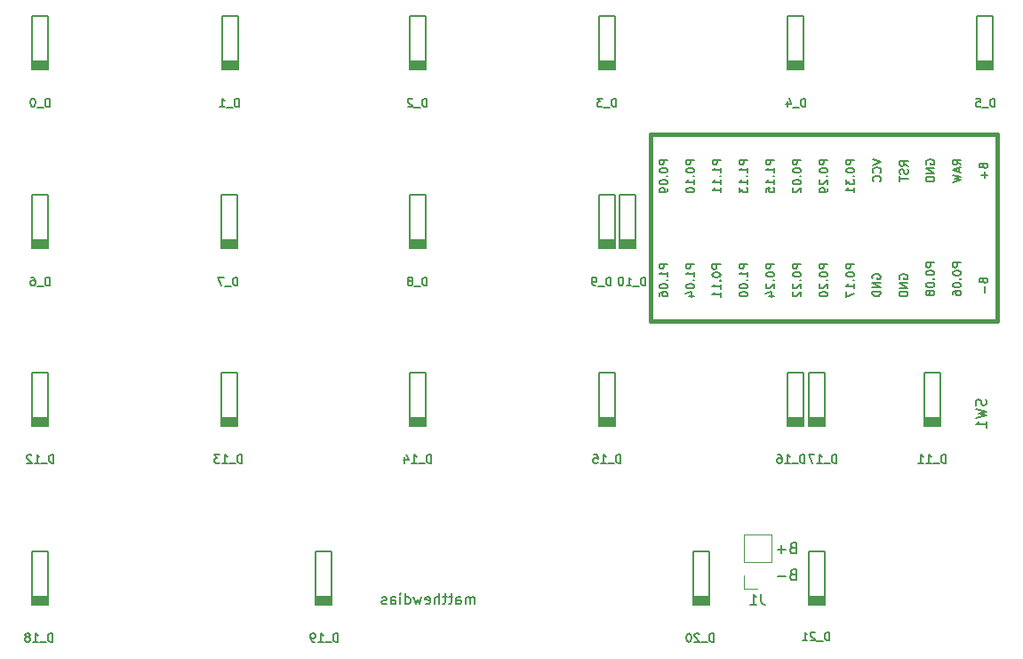
<source format=gbr>
G04 #@! TF.GenerationSoftware,KiCad,Pcbnew,(5.1.4)-1*
G04 #@! TF.CreationDate,2020-12-10T17:36:51-06:00*
G04 #@! TF.ProjectId,tenjuepad,74656e6a-7565-4706-9164-2e6b69636164,rev?*
G04 #@! TF.SameCoordinates,Original*
G04 #@! TF.FileFunction,Legend,Bot*
G04 #@! TF.FilePolarity,Positive*
%FSLAX46Y46*%
G04 Gerber Fmt 4.6, Leading zero omitted, Abs format (unit mm)*
G04 Created by KiCad (PCBNEW (5.1.4)-1) date 2020-12-10 17:36:51*
%MOMM*%
%LPD*%
G04 APERTURE LIST*
%ADD10C,0.150000*%
%ADD11C,0.381000*%
%ADD12C,0.120000*%
G04 APERTURE END LIST*
D10*
X249404761Y-206452380D02*
X249404761Y-205785714D01*
X249404761Y-205880952D02*
X249357142Y-205833333D01*
X249261904Y-205785714D01*
X249119047Y-205785714D01*
X249023809Y-205833333D01*
X248976190Y-205928571D01*
X248976190Y-206452380D01*
X248976190Y-205928571D02*
X248928571Y-205833333D01*
X248833333Y-205785714D01*
X248690476Y-205785714D01*
X248595238Y-205833333D01*
X248547619Y-205928571D01*
X248547619Y-206452380D01*
X247642857Y-206452380D02*
X247642857Y-205928571D01*
X247690476Y-205833333D01*
X247785714Y-205785714D01*
X247976190Y-205785714D01*
X248071428Y-205833333D01*
X247642857Y-206404761D02*
X247738095Y-206452380D01*
X247976190Y-206452380D01*
X248071428Y-206404761D01*
X248119047Y-206309523D01*
X248119047Y-206214285D01*
X248071428Y-206119047D01*
X247976190Y-206071428D01*
X247738095Y-206071428D01*
X247642857Y-206023809D01*
X247309523Y-205785714D02*
X246928571Y-205785714D01*
X247166666Y-205452380D02*
X247166666Y-206309523D01*
X247119047Y-206404761D01*
X247023809Y-206452380D01*
X246928571Y-206452380D01*
X246738095Y-205785714D02*
X246357142Y-205785714D01*
X246595238Y-205452380D02*
X246595238Y-206309523D01*
X246547619Y-206404761D01*
X246452380Y-206452380D01*
X246357142Y-206452380D01*
X246023809Y-206452380D02*
X246023809Y-205452380D01*
X245595238Y-206452380D02*
X245595238Y-205928571D01*
X245642857Y-205833333D01*
X245738095Y-205785714D01*
X245880952Y-205785714D01*
X245976190Y-205833333D01*
X246023809Y-205880952D01*
X244738095Y-206404761D02*
X244833333Y-206452380D01*
X245023809Y-206452380D01*
X245119047Y-206404761D01*
X245166666Y-206309523D01*
X245166666Y-205928571D01*
X245119047Y-205833333D01*
X245023809Y-205785714D01*
X244833333Y-205785714D01*
X244738095Y-205833333D01*
X244690476Y-205928571D01*
X244690476Y-206023809D01*
X245166666Y-206119047D01*
X244357142Y-205785714D02*
X244166666Y-206452380D01*
X243976190Y-205976190D01*
X243785714Y-206452380D01*
X243595238Y-205785714D01*
X242785714Y-206452380D02*
X242785714Y-205452380D01*
X242785714Y-206404761D02*
X242880952Y-206452380D01*
X243071428Y-206452380D01*
X243166666Y-206404761D01*
X243214285Y-206357142D01*
X243261904Y-206261904D01*
X243261904Y-205976190D01*
X243214285Y-205880952D01*
X243166666Y-205833333D01*
X243071428Y-205785714D01*
X242880952Y-205785714D01*
X242785714Y-205833333D01*
X242309523Y-206452380D02*
X242309523Y-205785714D01*
X242309523Y-205452380D02*
X242357142Y-205500000D01*
X242309523Y-205547619D01*
X242261904Y-205500000D01*
X242309523Y-205452380D01*
X242309523Y-205547619D01*
X241404761Y-206452380D02*
X241404761Y-205928571D01*
X241452380Y-205833333D01*
X241547619Y-205785714D01*
X241738095Y-205785714D01*
X241833333Y-205833333D01*
X241404761Y-206404761D02*
X241500000Y-206452380D01*
X241738095Y-206452380D01*
X241833333Y-206404761D01*
X241880952Y-206309523D01*
X241880952Y-206214285D01*
X241833333Y-206119047D01*
X241738095Y-206071428D01*
X241500000Y-206071428D01*
X241404761Y-206023809D01*
X240976190Y-206404761D02*
X240880952Y-206452380D01*
X240690476Y-206452380D01*
X240595238Y-206404761D01*
X240547619Y-206309523D01*
X240547619Y-206261904D01*
X240595238Y-206166666D01*
X240690476Y-206119047D01*
X240833333Y-206119047D01*
X240928571Y-206071428D01*
X240976190Y-205976190D01*
X240976190Y-205928571D01*
X240928571Y-205833333D01*
X240833333Y-205785714D01*
X240690476Y-205785714D01*
X240595238Y-205833333D01*
X279693619Y-203636571D02*
X279550761Y-203684190D01*
X279503142Y-203731809D01*
X279455523Y-203827047D01*
X279455523Y-203969904D01*
X279503142Y-204065142D01*
X279550761Y-204112761D01*
X279646000Y-204160380D01*
X280026952Y-204160380D01*
X280026952Y-203160380D01*
X279693619Y-203160380D01*
X279598380Y-203208000D01*
X279550761Y-203255619D01*
X279503142Y-203350857D01*
X279503142Y-203446095D01*
X279550761Y-203541333D01*
X279598380Y-203588952D01*
X279693619Y-203636571D01*
X280026952Y-203636571D01*
X279026952Y-203779428D02*
X278265047Y-203779428D01*
X279693619Y-201096571D02*
X279550761Y-201144190D01*
X279503142Y-201191809D01*
X279455523Y-201287047D01*
X279455523Y-201429904D01*
X279503142Y-201525142D01*
X279550761Y-201572761D01*
X279646000Y-201620380D01*
X280026952Y-201620380D01*
X280026952Y-200620380D01*
X279693619Y-200620380D01*
X279598380Y-200668000D01*
X279550761Y-200715619D01*
X279503142Y-200810857D01*
X279503142Y-200906095D01*
X279550761Y-201001333D01*
X279598380Y-201048952D01*
X279693619Y-201096571D01*
X280026952Y-201096571D01*
X279026952Y-201239428D02*
X278265047Y-201239428D01*
X278646000Y-201620380D02*
X278646000Y-200858476D01*
D11*
X299180000Y-179540000D02*
X296640000Y-179540000D01*
X299180000Y-161760000D02*
X299180000Y-179540000D01*
X296640000Y-161760000D02*
X299180000Y-161760000D01*
X266160000Y-161760000D02*
X296640000Y-161760000D01*
X266160000Y-179540000D02*
X266160000Y-161760000D01*
X296640000Y-179540000D02*
X266160000Y-179540000D01*
D12*
X275022000Y-205038000D02*
X276352000Y-205038000D01*
X275022000Y-203708000D02*
X275022000Y-205038000D01*
X275022000Y-202438000D02*
X277682000Y-202438000D01*
X277682000Y-202438000D02*
X277682000Y-199838000D01*
X275022000Y-202438000D02*
X275022000Y-199838000D01*
X275022000Y-199838000D02*
X277682000Y-199838000D01*
D10*
X281238000Y-201460000D02*
X281238000Y-206540000D01*
X281238000Y-206540000D02*
X282762000Y-206540000D01*
X282762000Y-206540000D02*
X282762000Y-201460000D01*
X282762000Y-201460000D02*
X281238000Y-201460000D01*
X281238000Y-206159000D02*
X282762000Y-206159000D01*
X282762000Y-206286000D02*
X281238000Y-206286000D01*
X281238000Y-206413000D02*
X282762000Y-206413000D01*
X282762000Y-206032000D02*
X281238000Y-206032000D01*
X281238000Y-205905000D02*
X282762000Y-205905000D01*
X281238000Y-205778000D02*
X282762000Y-205778000D01*
X270238000Y-201460000D02*
X270238000Y-206540000D01*
X270238000Y-206540000D02*
X271762000Y-206540000D01*
X271762000Y-206540000D02*
X271762000Y-201460000D01*
X271762000Y-201460000D02*
X270238000Y-201460000D01*
X270238000Y-206159000D02*
X271762000Y-206159000D01*
X271762000Y-206286000D02*
X270238000Y-206286000D01*
X270238000Y-206413000D02*
X271762000Y-206413000D01*
X271762000Y-206032000D02*
X270238000Y-206032000D01*
X270238000Y-205905000D02*
X271762000Y-205905000D01*
X270238000Y-205778000D02*
X271762000Y-205778000D01*
X234238000Y-201460000D02*
X234238000Y-206540000D01*
X234238000Y-206540000D02*
X235762000Y-206540000D01*
X235762000Y-206540000D02*
X235762000Y-201460000D01*
X235762000Y-201460000D02*
X234238000Y-201460000D01*
X234238000Y-206159000D02*
X235762000Y-206159000D01*
X235762000Y-206286000D02*
X234238000Y-206286000D01*
X234238000Y-206413000D02*
X235762000Y-206413000D01*
X235762000Y-206032000D02*
X234238000Y-206032000D01*
X234238000Y-205905000D02*
X235762000Y-205905000D01*
X234238000Y-205778000D02*
X235762000Y-205778000D01*
X207238000Y-201460000D02*
X207238000Y-206540000D01*
X207238000Y-206540000D02*
X208762000Y-206540000D01*
X208762000Y-206540000D02*
X208762000Y-201460000D01*
X208762000Y-201460000D02*
X207238000Y-201460000D01*
X207238000Y-206159000D02*
X208762000Y-206159000D01*
X208762000Y-206286000D02*
X207238000Y-206286000D01*
X207238000Y-206413000D02*
X208762000Y-206413000D01*
X208762000Y-206032000D02*
X207238000Y-206032000D01*
X207238000Y-205905000D02*
X208762000Y-205905000D01*
X207238000Y-205778000D02*
X208762000Y-205778000D01*
X281238000Y-184460000D02*
X281238000Y-189540000D01*
X281238000Y-189540000D02*
X282762000Y-189540000D01*
X282762000Y-189540000D02*
X282762000Y-184460000D01*
X282762000Y-184460000D02*
X281238000Y-184460000D01*
X281238000Y-189159000D02*
X282762000Y-189159000D01*
X282762000Y-189286000D02*
X281238000Y-189286000D01*
X281238000Y-189413000D02*
X282762000Y-189413000D01*
X282762000Y-189032000D02*
X281238000Y-189032000D01*
X281238000Y-188905000D02*
X282762000Y-188905000D01*
X281238000Y-188778000D02*
X282762000Y-188778000D01*
X279238000Y-184460000D02*
X279238000Y-189540000D01*
X279238000Y-189540000D02*
X280762000Y-189540000D01*
X280762000Y-189540000D02*
X280762000Y-184460000D01*
X280762000Y-184460000D02*
X279238000Y-184460000D01*
X279238000Y-189159000D02*
X280762000Y-189159000D01*
X280762000Y-189286000D02*
X279238000Y-189286000D01*
X279238000Y-189413000D02*
X280762000Y-189413000D01*
X280762000Y-189032000D02*
X279238000Y-189032000D01*
X279238000Y-188905000D02*
X280762000Y-188905000D01*
X279238000Y-188778000D02*
X280762000Y-188778000D01*
X261238000Y-184460000D02*
X261238000Y-189540000D01*
X261238000Y-189540000D02*
X262762000Y-189540000D01*
X262762000Y-189540000D02*
X262762000Y-184460000D01*
X262762000Y-184460000D02*
X261238000Y-184460000D01*
X261238000Y-189159000D02*
X262762000Y-189159000D01*
X262762000Y-189286000D02*
X261238000Y-189286000D01*
X261238000Y-189413000D02*
X262762000Y-189413000D01*
X262762000Y-189032000D02*
X261238000Y-189032000D01*
X261238000Y-188905000D02*
X262762000Y-188905000D01*
X261238000Y-188778000D02*
X262762000Y-188778000D01*
X243238000Y-184460000D02*
X243238000Y-189540000D01*
X243238000Y-189540000D02*
X244762000Y-189540000D01*
X244762000Y-189540000D02*
X244762000Y-184460000D01*
X244762000Y-184460000D02*
X243238000Y-184460000D01*
X243238000Y-189159000D02*
X244762000Y-189159000D01*
X244762000Y-189286000D02*
X243238000Y-189286000D01*
X243238000Y-189413000D02*
X244762000Y-189413000D01*
X244762000Y-189032000D02*
X243238000Y-189032000D01*
X243238000Y-188905000D02*
X244762000Y-188905000D01*
X243238000Y-188778000D02*
X244762000Y-188778000D01*
X225238000Y-184460000D02*
X225238000Y-189540000D01*
X225238000Y-189540000D02*
X226762000Y-189540000D01*
X226762000Y-189540000D02*
X226762000Y-184460000D01*
X226762000Y-184460000D02*
X225238000Y-184460000D01*
X225238000Y-189159000D02*
X226762000Y-189159000D01*
X226762000Y-189286000D02*
X225238000Y-189286000D01*
X225238000Y-189413000D02*
X226762000Y-189413000D01*
X226762000Y-189032000D02*
X225238000Y-189032000D01*
X225238000Y-188905000D02*
X226762000Y-188905000D01*
X225238000Y-188778000D02*
X226762000Y-188778000D01*
X207238000Y-184460000D02*
X207238000Y-189540000D01*
X207238000Y-189540000D02*
X208762000Y-189540000D01*
X208762000Y-189540000D02*
X208762000Y-184460000D01*
X208762000Y-184460000D02*
X207238000Y-184460000D01*
X207238000Y-189159000D02*
X208762000Y-189159000D01*
X208762000Y-189286000D02*
X207238000Y-189286000D01*
X207238000Y-189413000D02*
X208762000Y-189413000D01*
X208762000Y-189032000D02*
X207238000Y-189032000D01*
X207238000Y-188905000D02*
X208762000Y-188905000D01*
X207238000Y-188778000D02*
X208762000Y-188778000D01*
X292238000Y-184460000D02*
X292238000Y-189540000D01*
X292238000Y-189540000D02*
X293762000Y-189540000D01*
X293762000Y-189540000D02*
X293762000Y-184460000D01*
X293762000Y-184460000D02*
X292238000Y-184460000D01*
X292238000Y-189159000D02*
X293762000Y-189159000D01*
X293762000Y-189286000D02*
X292238000Y-189286000D01*
X292238000Y-189413000D02*
X293762000Y-189413000D01*
X293762000Y-189032000D02*
X292238000Y-189032000D01*
X292238000Y-188905000D02*
X293762000Y-188905000D01*
X292238000Y-188778000D02*
X293762000Y-188778000D01*
X263238000Y-167460000D02*
X263238000Y-172540000D01*
X263238000Y-172540000D02*
X264762000Y-172540000D01*
X264762000Y-172540000D02*
X264762000Y-167460000D01*
X264762000Y-167460000D02*
X263238000Y-167460000D01*
X263238000Y-172159000D02*
X264762000Y-172159000D01*
X264762000Y-172286000D02*
X263238000Y-172286000D01*
X263238000Y-172413000D02*
X264762000Y-172413000D01*
X264762000Y-172032000D02*
X263238000Y-172032000D01*
X263238000Y-171905000D02*
X264762000Y-171905000D01*
X263238000Y-171778000D02*
X264762000Y-171778000D01*
X261238000Y-167460000D02*
X261238000Y-172540000D01*
X261238000Y-172540000D02*
X262762000Y-172540000D01*
X262762000Y-172540000D02*
X262762000Y-167460000D01*
X262762000Y-167460000D02*
X261238000Y-167460000D01*
X261238000Y-172159000D02*
X262762000Y-172159000D01*
X262762000Y-172286000D02*
X261238000Y-172286000D01*
X261238000Y-172413000D02*
X262762000Y-172413000D01*
X262762000Y-172032000D02*
X261238000Y-172032000D01*
X261238000Y-171905000D02*
X262762000Y-171905000D01*
X261238000Y-171778000D02*
X262762000Y-171778000D01*
X243238000Y-167460000D02*
X243238000Y-172540000D01*
X243238000Y-172540000D02*
X244762000Y-172540000D01*
X244762000Y-172540000D02*
X244762000Y-167460000D01*
X244762000Y-167460000D02*
X243238000Y-167460000D01*
X243238000Y-172159000D02*
X244762000Y-172159000D01*
X244762000Y-172286000D02*
X243238000Y-172286000D01*
X243238000Y-172413000D02*
X244762000Y-172413000D01*
X244762000Y-172032000D02*
X243238000Y-172032000D01*
X243238000Y-171905000D02*
X244762000Y-171905000D01*
X243238000Y-171778000D02*
X244762000Y-171778000D01*
X225238000Y-167460000D02*
X225238000Y-172540000D01*
X225238000Y-172540000D02*
X226762000Y-172540000D01*
X226762000Y-172540000D02*
X226762000Y-167460000D01*
X226762000Y-167460000D02*
X225238000Y-167460000D01*
X225238000Y-172159000D02*
X226762000Y-172159000D01*
X226762000Y-172286000D02*
X225238000Y-172286000D01*
X225238000Y-172413000D02*
X226762000Y-172413000D01*
X226762000Y-172032000D02*
X225238000Y-172032000D01*
X225238000Y-171905000D02*
X226762000Y-171905000D01*
X225238000Y-171778000D02*
X226762000Y-171778000D01*
X207238000Y-167460000D02*
X207238000Y-172540000D01*
X207238000Y-172540000D02*
X208762000Y-172540000D01*
X208762000Y-172540000D02*
X208762000Y-167460000D01*
X208762000Y-167460000D02*
X207238000Y-167460000D01*
X207238000Y-172159000D02*
X208762000Y-172159000D01*
X208762000Y-172286000D02*
X207238000Y-172286000D01*
X207238000Y-172413000D02*
X208762000Y-172413000D01*
X208762000Y-172032000D02*
X207238000Y-172032000D01*
X207238000Y-171905000D02*
X208762000Y-171905000D01*
X207238000Y-171778000D02*
X208762000Y-171778000D01*
X297238000Y-150460000D02*
X297238000Y-155540000D01*
X297238000Y-155540000D02*
X298762000Y-155540000D01*
X298762000Y-155540000D02*
X298762000Y-150460000D01*
X298762000Y-150460000D02*
X297238000Y-150460000D01*
X297238000Y-155159000D02*
X298762000Y-155159000D01*
X298762000Y-155286000D02*
X297238000Y-155286000D01*
X297238000Y-155413000D02*
X298762000Y-155413000D01*
X298762000Y-155032000D02*
X297238000Y-155032000D01*
X297238000Y-154905000D02*
X298762000Y-154905000D01*
X297238000Y-154778000D02*
X298762000Y-154778000D01*
X279238000Y-150460000D02*
X279238000Y-155540000D01*
X279238000Y-155540000D02*
X280762000Y-155540000D01*
X280762000Y-155540000D02*
X280762000Y-150460000D01*
X280762000Y-150460000D02*
X279238000Y-150460000D01*
X279238000Y-155159000D02*
X280762000Y-155159000D01*
X280762000Y-155286000D02*
X279238000Y-155286000D01*
X279238000Y-155413000D02*
X280762000Y-155413000D01*
X280762000Y-155032000D02*
X279238000Y-155032000D01*
X279238000Y-154905000D02*
X280762000Y-154905000D01*
X279238000Y-154778000D02*
X280762000Y-154778000D01*
X261238000Y-150460000D02*
X261238000Y-155540000D01*
X261238000Y-155540000D02*
X262762000Y-155540000D01*
X262762000Y-155540000D02*
X262762000Y-150460000D01*
X262762000Y-150460000D02*
X261238000Y-150460000D01*
X261238000Y-155159000D02*
X262762000Y-155159000D01*
X262762000Y-155286000D02*
X261238000Y-155286000D01*
X261238000Y-155413000D02*
X262762000Y-155413000D01*
X262762000Y-155032000D02*
X261238000Y-155032000D01*
X261238000Y-154905000D02*
X262762000Y-154905000D01*
X261238000Y-154778000D02*
X262762000Y-154778000D01*
X243238000Y-150460000D02*
X243238000Y-155540000D01*
X243238000Y-155540000D02*
X244762000Y-155540000D01*
X244762000Y-155540000D02*
X244762000Y-150460000D01*
X244762000Y-150460000D02*
X243238000Y-150460000D01*
X243238000Y-155159000D02*
X244762000Y-155159000D01*
X244762000Y-155286000D02*
X243238000Y-155286000D01*
X243238000Y-155413000D02*
X244762000Y-155413000D01*
X244762000Y-155032000D02*
X243238000Y-155032000D01*
X243238000Y-154905000D02*
X244762000Y-154905000D01*
X243238000Y-154778000D02*
X244762000Y-154778000D01*
X225338000Y-150460000D02*
X225338000Y-155540000D01*
X225338000Y-155540000D02*
X226862000Y-155540000D01*
X226862000Y-155540000D02*
X226862000Y-150460000D01*
X226862000Y-150460000D02*
X225338000Y-150460000D01*
X225338000Y-155159000D02*
X226862000Y-155159000D01*
X226862000Y-155286000D02*
X225338000Y-155286000D01*
X225338000Y-155413000D02*
X226862000Y-155413000D01*
X226862000Y-155032000D02*
X225338000Y-155032000D01*
X225338000Y-154905000D02*
X226862000Y-154905000D01*
X225338000Y-154778000D02*
X226862000Y-154778000D01*
X207238000Y-150460000D02*
X207238000Y-155540000D01*
X207238000Y-155540000D02*
X208762000Y-155540000D01*
X208762000Y-155540000D02*
X208762000Y-150460000D01*
X208762000Y-150460000D02*
X207238000Y-150460000D01*
X207238000Y-155159000D02*
X208762000Y-155159000D01*
X208762000Y-155286000D02*
X207238000Y-155286000D01*
X207238000Y-155413000D02*
X208762000Y-155413000D01*
X208762000Y-155032000D02*
X207238000Y-155032000D01*
X207238000Y-154905000D02*
X208762000Y-154905000D01*
X207238000Y-154778000D02*
X208762000Y-154778000D01*
X297852857Y-164750904D02*
X297890952Y-164865190D01*
X297929047Y-164903285D01*
X298005238Y-164941380D01*
X298119523Y-164941380D01*
X298195714Y-164903285D01*
X298233809Y-164865190D01*
X298271904Y-164789000D01*
X298271904Y-164484238D01*
X297471904Y-164484238D01*
X297471904Y-164750904D01*
X297510000Y-164827095D01*
X297548095Y-164865190D01*
X297624285Y-164903285D01*
X297700476Y-164903285D01*
X297776666Y-164865190D01*
X297814761Y-164827095D01*
X297852857Y-164750904D01*
X297852857Y-164484238D01*
X297967142Y-165284238D02*
X297967142Y-165893761D01*
X298271904Y-165589000D02*
X297662380Y-165589000D01*
X295731904Y-173949014D02*
X294931904Y-173949014D01*
X294931904Y-174253776D01*
X294970000Y-174329967D01*
X295008095Y-174368062D01*
X295084285Y-174406157D01*
X295198571Y-174406157D01*
X295274761Y-174368062D01*
X295312857Y-174329967D01*
X295350952Y-174253776D01*
X295350952Y-173949014D01*
X294931904Y-174901395D02*
X294931904Y-174977586D01*
X294970000Y-175053776D01*
X295008095Y-175091872D01*
X295084285Y-175129967D01*
X295236666Y-175168062D01*
X295427142Y-175168062D01*
X295579523Y-175129967D01*
X295655714Y-175091872D01*
X295693809Y-175053776D01*
X295731904Y-174977586D01*
X295731904Y-174901395D01*
X295693809Y-174825205D01*
X295655714Y-174787110D01*
X295579523Y-174749014D01*
X295427142Y-174710919D01*
X295236666Y-174710919D01*
X295084285Y-174749014D01*
X295008095Y-174787110D01*
X294970000Y-174825205D01*
X294931904Y-174901395D01*
X295655714Y-175510919D02*
X295693809Y-175549014D01*
X295731904Y-175510919D01*
X295693809Y-175472824D01*
X295655714Y-175510919D01*
X295731904Y-175510919D01*
X294931904Y-176044252D02*
X294931904Y-176120443D01*
X294970000Y-176196633D01*
X295008095Y-176234729D01*
X295084285Y-176272824D01*
X295236666Y-176310919D01*
X295427142Y-176310919D01*
X295579523Y-176272824D01*
X295655714Y-176234729D01*
X295693809Y-176196633D01*
X295731904Y-176120443D01*
X295731904Y-176044252D01*
X295693809Y-175968062D01*
X295655714Y-175929967D01*
X295579523Y-175891872D01*
X295427142Y-175853776D01*
X295236666Y-175853776D01*
X295084285Y-175891872D01*
X295008095Y-175929967D01*
X294970000Y-175968062D01*
X294931904Y-176044252D01*
X294931904Y-176996633D02*
X294931904Y-176844252D01*
X294970000Y-176768062D01*
X295008095Y-176729967D01*
X295122380Y-176653776D01*
X295274761Y-176615681D01*
X295579523Y-176615681D01*
X295655714Y-176653776D01*
X295693809Y-176691872D01*
X295731904Y-176768062D01*
X295731904Y-176920443D01*
X295693809Y-176996633D01*
X295655714Y-177034729D01*
X295579523Y-177072824D01*
X295389047Y-177072824D01*
X295312857Y-177034729D01*
X295274761Y-176996633D01*
X295236666Y-176920443D01*
X295236666Y-176768062D01*
X295274761Y-176691872D01*
X295312857Y-176653776D01*
X295389047Y-176615681D01*
X293191904Y-173933142D02*
X292391904Y-173933142D01*
X292391904Y-174237904D01*
X292430000Y-174314095D01*
X292468095Y-174352190D01*
X292544285Y-174390285D01*
X292658571Y-174390285D01*
X292734761Y-174352190D01*
X292772857Y-174314095D01*
X292810952Y-174237904D01*
X292810952Y-173933142D01*
X292391904Y-174885523D02*
X292391904Y-174961714D01*
X292430000Y-175037904D01*
X292468095Y-175076000D01*
X292544285Y-175114095D01*
X292696666Y-175152190D01*
X292887142Y-175152190D01*
X293039523Y-175114095D01*
X293115714Y-175076000D01*
X293153809Y-175037904D01*
X293191904Y-174961714D01*
X293191904Y-174885523D01*
X293153809Y-174809333D01*
X293115714Y-174771238D01*
X293039523Y-174733142D01*
X292887142Y-174695047D01*
X292696666Y-174695047D01*
X292544285Y-174733142D01*
X292468095Y-174771238D01*
X292430000Y-174809333D01*
X292391904Y-174885523D01*
X293115714Y-175495047D02*
X293153809Y-175533142D01*
X293191904Y-175495047D01*
X293153809Y-175456952D01*
X293115714Y-175495047D01*
X293191904Y-175495047D01*
X292391904Y-176028380D02*
X292391904Y-176104571D01*
X292430000Y-176180761D01*
X292468095Y-176218857D01*
X292544285Y-176256952D01*
X292696666Y-176295047D01*
X292887142Y-176295047D01*
X293039523Y-176256952D01*
X293115714Y-176218857D01*
X293153809Y-176180761D01*
X293191904Y-176104571D01*
X293191904Y-176028380D01*
X293153809Y-175952190D01*
X293115714Y-175914095D01*
X293039523Y-175876000D01*
X292887142Y-175837904D01*
X292696666Y-175837904D01*
X292544285Y-175876000D01*
X292468095Y-175914095D01*
X292430000Y-175952190D01*
X292391904Y-176028380D01*
X292734761Y-176752190D02*
X292696666Y-176676000D01*
X292658571Y-176637904D01*
X292582380Y-176599809D01*
X292544285Y-176599809D01*
X292468095Y-176637904D01*
X292430000Y-176676000D01*
X292391904Y-176752190D01*
X292391904Y-176904571D01*
X292430000Y-176980761D01*
X292468095Y-177018857D01*
X292544285Y-177056952D01*
X292582380Y-177056952D01*
X292658571Y-177018857D01*
X292696666Y-176980761D01*
X292734761Y-176904571D01*
X292734761Y-176752190D01*
X292772857Y-176676000D01*
X292810952Y-176637904D01*
X292887142Y-176599809D01*
X293039523Y-176599809D01*
X293115714Y-176637904D01*
X293153809Y-176676000D01*
X293191904Y-176752190D01*
X293191904Y-176904571D01*
X293153809Y-176980761D01*
X293115714Y-177018857D01*
X293039523Y-177056952D01*
X292887142Y-177056952D01*
X292810952Y-177018857D01*
X292772857Y-176980761D01*
X292734761Y-176904571D01*
X283031904Y-174060142D02*
X282231904Y-174060142D01*
X282231904Y-174364904D01*
X282270000Y-174441095D01*
X282308095Y-174479190D01*
X282384285Y-174517285D01*
X282498571Y-174517285D01*
X282574761Y-174479190D01*
X282612857Y-174441095D01*
X282650952Y-174364904D01*
X282650952Y-174060142D01*
X282231904Y-175012523D02*
X282231904Y-175088714D01*
X282270000Y-175164904D01*
X282308095Y-175203000D01*
X282384285Y-175241095D01*
X282536666Y-175279190D01*
X282727142Y-175279190D01*
X282879523Y-175241095D01*
X282955714Y-175203000D01*
X282993809Y-175164904D01*
X283031904Y-175088714D01*
X283031904Y-175012523D01*
X282993809Y-174936333D01*
X282955714Y-174898238D01*
X282879523Y-174860142D01*
X282727142Y-174822047D01*
X282536666Y-174822047D01*
X282384285Y-174860142D01*
X282308095Y-174898238D01*
X282270000Y-174936333D01*
X282231904Y-175012523D01*
X282955714Y-175622047D02*
X282993809Y-175660142D01*
X283031904Y-175622047D01*
X282993809Y-175583952D01*
X282955714Y-175622047D01*
X283031904Y-175622047D01*
X282308095Y-175964904D02*
X282270000Y-176003000D01*
X282231904Y-176079190D01*
X282231904Y-176269666D01*
X282270000Y-176345857D01*
X282308095Y-176383952D01*
X282384285Y-176422047D01*
X282460476Y-176422047D01*
X282574761Y-176383952D01*
X283031904Y-175926809D01*
X283031904Y-176422047D01*
X282231904Y-176917285D02*
X282231904Y-176993476D01*
X282270000Y-177069666D01*
X282308095Y-177107761D01*
X282384285Y-177145857D01*
X282536666Y-177183952D01*
X282727142Y-177183952D01*
X282879523Y-177145857D01*
X282955714Y-177107761D01*
X282993809Y-177069666D01*
X283031904Y-176993476D01*
X283031904Y-176917285D01*
X282993809Y-176841095D01*
X282955714Y-176803000D01*
X282879523Y-176764904D01*
X282727142Y-176726809D01*
X282536666Y-176726809D01*
X282384285Y-176764904D01*
X282308095Y-176803000D01*
X282270000Y-176841095D01*
X282231904Y-176917285D01*
X285571904Y-174060142D02*
X284771904Y-174060142D01*
X284771904Y-174364904D01*
X284810000Y-174441095D01*
X284848095Y-174479190D01*
X284924285Y-174517285D01*
X285038571Y-174517285D01*
X285114761Y-174479190D01*
X285152857Y-174441095D01*
X285190952Y-174364904D01*
X285190952Y-174060142D01*
X284771904Y-175012523D02*
X284771904Y-175088714D01*
X284810000Y-175164904D01*
X284848095Y-175203000D01*
X284924285Y-175241095D01*
X285076666Y-175279190D01*
X285267142Y-175279190D01*
X285419523Y-175241095D01*
X285495714Y-175203000D01*
X285533809Y-175164904D01*
X285571904Y-175088714D01*
X285571904Y-175012523D01*
X285533809Y-174936333D01*
X285495714Y-174898238D01*
X285419523Y-174860142D01*
X285267142Y-174822047D01*
X285076666Y-174822047D01*
X284924285Y-174860142D01*
X284848095Y-174898238D01*
X284810000Y-174936333D01*
X284771904Y-175012523D01*
X285495714Y-175622047D02*
X285533809Y-175660142D01*
X285571904Y-175622047D01*
X285533809Y-175583952D01*
X285495714Y-175622047D01*
X285571904Y-175622047D01*
X285571904Y-176422047D02*
X285571904Y-175964904D01*
X285571904Y-176193476D02*
X284771904Y-176193476D01*
X284886190Y-176117285D01*
X284962380Y-176041095D01*
X285000476Y-175964904D01*
X284771904Y-176688714D02*
X284771904Y-177222047D01*
X285571904Y-176879190D01*
X292430000Y-164579476D02*
X292391904Y-164503285D01*
X292391904Y-164389000D01*
X292430000Y-164274714D01*
X292506190Y-164198523D01*
X292582380Y-164160428D01*
X292734761Y-164122333D01*
X292849047Y-164122333D01*
X293001428Y-164160428D01*
X293077619Y-164198523D01*
X293153809Y-164274714D01*
X293191904Y-164389000D01*
X293191904Y-164465190D01*
X293153809Y-164579476D01*
X293115714Y-164617571D01*
X292849047Y-164617571D01*
X292849047Y-164465190D01*
X293191904Y-164960428D02*
X292391904Y-164960428D01*
X293191904Y-165417571D01*
X292391904Y-165417571D01*
X293191904Y-165798523D02*
X292391904Y-165798523D01*
X292391904Y-165989000D01*
X292430000Y-166103285D01*
X292506190Y-166179476D01*
X292582380Y-166217571D01*
X292734761Y-166255666D01*
X292849047Y-166255666D01*
X293001428Y-166217571D01*
X293077619Y-166179476D01*
X293153809Y-166103285D01*
X293191904Y-165989000D01*
X293191904Y-165798523D01*
X289890000Y-175501476D02*
X289851904Y-175425285D01*
X289851904Y-175311000D01*
X289890000Y-175196714D01*
X289966190Y-175120523D01*
X290042380Y-175082428D01*
X290194761Y-175044333D01*
X290309047Y-175044333D01*
X290461428Y-175082428D01*
X290537619Y-175120523D01*
X290613809Y-175196714D01*
X290651904Y-175311000D01*
X290651904Y-175387190D01*
X290613809Y-175501476D01*
X290575714Y-175539571D01*
X290309047Y-175539571D01*
X290309047Y-175387190D01*
X290651904Y-175882428D02*
X289851904Y-175882428D01*
X290651904Y-176339571D01*
X289851904Y-176339571D01*
X290651904Y-176720523D02*
X289851904Y-176720523D01*
X289851904Y-176911000D01*
X289890000Y-177025285D01*
X289966190Y-177101476D01*
X290042380Y-177139571D01*
X290194761Y-177177666D01*
X290309047Y-177177666D01*
X290461428Y-177139571D01*
X290537619Y-177101476D01*
X290613809Y-177025285D01*
X290651904Y-176911000D01*
X290651904Y-176720523D01*
X280491904Y-174060142D02*
X279691904Y-174060142D01*
X279691904Y-174364904D01*
X279730000Y-174441095D01*
X279768095Y-174479190D01*
X279844285Y-174517285D01*
X279958571Y-174517285D01*
X280034761Y-174479190D01*
X280072857Y-174441095D01*
X280110952Y-174364904D01*
X280110952Y-174060142D01*
X279691904Y-175012523D02*
X279691904Y-175088714D01*
X279730000Y-175164904D01*
X279768095Y-175203000D01*
X279844285Y-175241095D01*
X279996666Y-175279190D01*
X280187142Y-175279190D01*
X280339523Y-175241095D01*
X280415714Y-175203000D01*
X280453809Y-175164904D01*
X280491904Y-175088714D01*
X280491904Y-175012523D01*
X280453809Y-174936333D01*
X280415714Y-174898238D01*
X280339523Y-174860142D01*
X280187142Y-174822047D01*
X279996666Y-174822047D01*
X279844285Y-174860142D01*
X279768095Y-174898238D01*
X279730000Y-174936333D01*
X279691904Y-175012523D01*
X280415714Y-175622047D02*
X280453809Y-175660142D01*
X280491904Y-175622047D01*
X280453809Y-175583952D01*
X280415714Y-175622047D01*
X280491904Y-175622047D01*
X279768095Y-175964904D02*
X279730000Y-176003000D01*
X279691904Y-176079190D01*
X279691904Y-176269666D01*
X279730000Y-176345857D01*
X279768095Y-176383952D01*
X279844285Y-176422047D01*
X279920476Y-176422047D01*
X280034761Y-176383952D01*
X280491904Y-175926809D01*
X280491904Y-176422047D01*
X279768095Y-176726809D02*
X279730000Y-176764904D01*
X279691904Y-176841095D01*
X279691904Y-177031571D01*
X279730000Y-177107761D01*
X279768095Y-177145857D01*
X279844285Y-177183952D01*
X279920476Y-177183952D01*
X280034761Y-177145857D01*
X280491904Y-176688714D01*
X280491904Y-177183952D01*
X277951904Y-174060142D02*
X277151904Y-174060142D01*
X277151904Y-174364904D01*
X277190000Y-174441095D01*
X277228095Y-174479190D01*
X277304285Y-174517285D01*
X277418571Y-174517285D01*
X277494761Y-174479190D01*
X277532857Y-174441095D01*
X277570952Y-174364904D01*
X277570952Y-174060142D01*
X277151904Y-175012523D02*
X277151904Y-175088714D01*
X277190000Y-175164904D01*
X277228095Y-175203000D01*
X277304285Y-175241095D01*
X277456666Y-175279190D01*
X277647142Y-175279190D01*
X277799523Y-175241095D01*
X277875714Y-175203000D01*
X277913809Y-175164904D01*
X277951904Y-175088714D01*
X277951904Y-175012523D01*
X277913809Y-174936333D01*
X277875714Y-174898238D01*
X277799523Y-174860142D01*
X277647142Y-174822047D01*
X277456666Y-174822047D01*
X277304285Y-174860142D01*
X277228095Y-174898238D01*
X277190000Y-174936333D01*
X277151904Y-175012523D01*
X277875714Y-175622047D02*
X277913809Y-175660142D01*
X277951904Y-175622047D01*
X277913809Y-175583952D01*
X277875714Y-175622047D01*
X277951904Y-175622047D01*
X277228095Y-175964904D02*
X277190000Y-176003000D01*
X277151904Y-176079190D01*
X277151904Y-176269666D01*
X277190000Y-176345857D01*
X277228095Y-176383952D01*
X277304285Y-176422047D01*
X277380476Y-176422047D01*
X277494761Y-176383952D01*
X277951904Y-175926809D01*
X277951904Y-176422047D01*
X277418571Y-177107761D02*
X277951904Y-177107761D01*
X277113809Y-176917285D02*
X277685238Y-176726809D01*
X277685238Y-177222047D01*
X275411904Y-174060142D02*
X274611904Y-174060142D01*
X274611904Y-174364904D01*
X274650000Y-174441095D01*
X274688095Y-174479190D01*
X274764285Y-174517285D01*
X274878571Y-174517285D01*
X274954761Y-174479190D01*
X274992857Y-174441095D01*
X275030952Y-174364904D01*
X275030952Y-174060142D01*
X275411904Y-175279190D02*
X275411904Y-174822047D01*
X275411904Y-175050619D02*
X274611904Y-175050619D01*
X274726190Y-174974428D01*
X274802380Y-174898238D01*
X274840476Y-174822047D01*
X275335714Y-175622047D02*
X275373809Y-175660142D01*
X275411904Y-175622047D01*
X275373809Y-175583952D01*
X275335714Y-175622047D01*
X275411904Y-175622047D01*
X274611904Y-176155380D02*
X274611904Y-176231571D01*
X274650000Y-176307761D01*
X274688095Y-176345857D01*
X274764285Y-176383952D01*
X274916666Y-176422047D01*
X275107142Y-176422047D01*
X275259523Y-176383952D01*
X275335714Y-176345857D01*
X275373809Y-176307761D01*
X275411904Y-176231571D01*
X275411904Y-176155380D01*
X275373809Y-176079190D01*
X275335714Y-176041095D01*
X275259523Y-176003000D01*
X275107142Y-175964904D01*
X274916666Y-175964904D01*
X274764285Y-176003000D01*
X274688095Y-176041095D01*
X274650000Y-176079190D01*
X274611904Y-176155380D01*
X274611904Y-176917285D02*
X274611904Y-176993476D01*
X274650000Y-177069666D01*
X274688095Y-177107761D01*
X274764285Y-177145857D01*
X274916666Y-177183952D01*
X275107142Y-177183952D01*
X275259523Y-177145857D01*
X275335714Y-177107761D01*
X275373809Y-177069666D01*
X275411904Y-176993476D01*
X275411904Y-176917285D01*
X275373809Y-176841095D01*
X275335714Y-176803000D01*
X275259523Y-176764904D01*
X275107142Y-176726809D01*
X274916666Y-176726809D01*
X274764285Y-176764904D01*
X274688095Y-176803000D01*
X274650000Y-176841095D01*
X274611904Y-176917285D01*
X272831904Y-174107142D02*
X272031904Y-174107142D01*
X272031904Y-174411904D01*
X272070000Y-174488095D01*
X272108095Y-174526190D01*
X272184285Y-174564285D01*
X272298571Y-174564285D01*
X272374761Y-174526190D01*
X272412857Y-174488095D01*
X272450952Y-174411904D01*
X272450952Y-174107142D01*
X272031904Y-175059523D02*
X272031904Y-175135714D01*
X272070000Y-175211904D01*
X272108095Y-175250000D01*
X272184285Y-175288095D01*
X272336666Y-175326190D01*
X272527142Y-175326190D01*
X272679523Y-175288095D01*
X272755714Y-175250000D01*
X272793809Y-175211904D01*
X272831904Y-175135714D01*
X272831904Y-175059523D01*
X272793809Y-174983333D01*
X272755714Y-174945238D01*
X272679523Y-174907142D01*
X272527142Y-174869047D01*
X272336666Y-174869047D01*
X272184285Y-174907142D01*
X272108095Y-174945238D01*
X272070000Y-174983333D01*
X272031904Y-175059523D01*
X272755714Y-175669047D02*
X272793809Y-175707142D01*
X272831904Y-175669047D01*
X272793809Y-175630952D01*
X272755714Y-175669047D01*
X272831904Y-175669047D01*
X272831904Y-176469047D02*
X272831904Y-176011904D01*
X272831904Y-176240476D02*
X272031904Y-176240476D01*
X272146190Y-176164285D01*
X272222380Y-176088095D01*
X272260476Y-176011904D01*
X272831904Y-177230952D02*
X272831904Y-176773809D01*
X272831904Y-177002380D02*
X272031904Y-177002380D01*
X272146190Y-176926190D01*
X272222380Y-176850000D01*
X272260476Y-176773809D01*
X270331904Y-174060142D02*
X269531904Y-174060142D01*
X269531904Y-174364904D01*
X269570000Y-174441095D01*
X269608095Y-174479190D01*
X269684285Y-174517285D01*
X269798571Y-174517285D01*
X269874761Y-174479190D01*
X269912857Y-174441095D01*
X269950952Y-174364904D01*
X269950952Y-174060142D01*
X270331904Y-175279190D02*
X270331904Y-174822047D01*
X270331904Y-175050619D02*
X269531904Y-175050619D01*
X269646190Y-174974428D01*
X269722380Y-174898238D01*
X269760476Y-174822047D01*
X270255714Y-175622047D02*
X270293809Y-175660142D01*
X270331904Y-175622047D01*
X270293809Y-175583952D01*
X270255714Y-175622047D01*
X270331904Y-175622047D01*
X269531904Y-176155380D02*
X269531904Y-176231571D01*
X269570000Y-176307761D01*
X269608095Y-176345857D01*
X269684285Y-176383952D01*
X269836666Y-176422047D01*
X270027142Y-176422047D01*
X270179523Y-176383952D01*
X270255714Y-176345857D01*
X270293809Y-176307761D01*
X270331904Y-176231571D01*
X270331904Y-176155380D01*
X270293809Y-176079190D01*
X270255714Y-176041095D01*
X270179523Y-176003000D01*
X270027142Y-175964904D01*
X269836666Y-175964904D01*
X269684285Y-176003000D01*
X269608095Y-176041095D01*
X269570000Y-176079190D01*
X269531904Y-176155380D01*
X269798571Y-177107761D02*
X270331904Y-177107761D01*
X269493809Y-176917285D02*
X270065238Y-176726809D01*
X270065238Y-177222047D01*
X267791904Y-174060142D02*
X266991904Y-174060142D01*
X266991904Y-174364904D01*
X267030000Y-174441095D01*
X267068095Y-174479190D01*
X267144285Y-174517285D01*
X267258571Y-174517285D01*
X267334761Y-174479190D01*
X267372857Y-174441095D01*
X267410952Y-174364904D01*
X267410952Y-174060142D01*
X267791904Y-175279190D02*
X267791904Y-174822047D01*
X267791904Y-175050619D02*
X266991904Y-175050619D01*
X267106190Y-174974428D01*
X267182380Y-174898238D01*
X267220476Y-174822047D01*
X267715714Y-175622047D02*
X267753809Y-175660142D01*
X267791904Y-175622047D01*
X267753809Y-175583952D01*
X267715714Y-175622047D01*
X267791904Y-175622047D01*
X266991904Y-176155380D02*
X266991904Y-176231571D01*
X267030000Y-176307761D01*
X267068095Y-176345857D01*
X267144285Y-176383952D01*
X267296666Y-176422047D01*
X267487142Y-176422047D01*
X267639523Y-176383952D01*
X267715714Y-176345857D01*
X267753809Y-176307761D01*
X267791904Y-176231571D01*
X267791904Y-176155380D01*
X267753809Y-176079190D01*
X267715714Y-176041095D01*
X267639523Y-176003000D01*
X267487142Y-175964904D01*
X267296666Y-175964904D01*
X267144285Y-176003000D01*
X267068095Y-176041095D01*
X267030000Y-176079190D01*
X266991904Y-176155380D01*
X266991904Y-177107761D02*
X266991904Y-176955380D01*
X267030000Y-176879190D01*
X267068095Y-176841095D01*
X267182380Y-176764904D01*
X267334761Y-176726809D01*
X267639523Y-176726809D01*
X267715714Y-176764904D01*
X267753809Y-176803000D01*
X267791904Y-176879190D01*
X267791904Y-177031571D01*
X267753809Y-177107761D01*
X267715714Y-177145857D01*
X267639523Y-177183952D01*
X267449047Y-177183952D01*
X267372857Y-177145857D01*
X267334761Y-177107761D01*
X267296666Y-177031571D01*
X267296666Y-176879190D01*
X267334761Y-176803000D01*
X267372857Y-176764904D01*
X267449047Y-176726809D01*
X267791904Y-164154142D02*
X266991904Y-164154142D01*
X266991904Y-164458904D01*
X267030000Y-164535095D01*
X267068095Y-164573190D01*
X267144285Y-164611285D01*
X267258571Y-164611285D01*
X267334761Y-164573190D01*
X267372857Y-164535095D01*
X267410952Y-164458904D01*
X267410952Y-164154142D01*
X266991904Y-165106523D02*
X266991904Y-165182714D01*
X267030000Y-165258904D01*
X267068095Y-165297000D01*
X267144285Y-165335095D01*
X267296666Y-165373190D01*
X267487142Y-165373190D01*
X267639523Y-165335095D01*
X267715714Y-165297000D01*
X267753809Y-165258904D01*
X267791904Y-165182714D01*
X267791904Y-165106523D01*
X267753809Y-165030333D01*
X267715714Y-164992238D01*
X267639523Y-164954142D01*
X267487142Y-164916047D01*
X267296666Y-164916047D01*
X267144285Y-164954142D01*
X267068095Y-164992238D01*
X267030000Y-165030333D01*
X266991904Y-165106523D01*
X267715714Y-165716047D02*
X267753809Y-165754142D01*
X267791904Y-165716047D01*
X267753809Y-165677952D01*
X267715714Y-165716047D01*
X267791904Y-165716047D01*
X266991904Y-166249380D02*
X266991904Y-166325571D01*
X267030000Y-166401761D01*
X267068095Y-166439857D01*
X267144285Y-166477952D01*
X267296666Y-166516047D01*
X267487142Y-166516047D01*
X267639523Y-166477952D01*
X267715714Y-166439857D01*
X267753809Y-166401761D01*
X267791904Y-166325571D01*
X267791904Y-166249380D01*
X267753809Y-166173190D01*
X267715714Y-166135095D01*
X267639523Y-166097000D01*
X267487142Y-166058904D01*
X267296666Y-166058904D01*
X267144285Y-166097000D01*
X267068095Y-166135095D01*
X267030000Y-166173190D01*
X266991904Y-166249380D01*
X267791904Y-166897000D02*
X267791904Y-167049380D01*
X267753809Y-167125571D01*
X267715714Y-167163666D01*
X267601428Y-167239857D01*
X267449047Y-167277952D01*
X267144285Y-167277952D01*
X267068095Y-167239857D01*
X267030000Y-167201761D01*
X266991904Y-167125571D01*
X266991904Y-166973190D01*
X267030000Y-166897000D01*
X267068095Y-166858904D01*
X267144285Y-166820809D01*
X267334761Y-166820809D01*
X267410952Y-166858904D01*
X267449047Y-166897000D01*
X267487142Y-166973190D01*
X267487142Y-167125571D01*
X267449047Y-167201761D01*
X267410952Y-167239857D01*
X267334761Y-167277952D01*
X272871904Y-164154142D02*
X272071904Y-164154142D01*
X272071904Y-164458904D01*
X272110000Y-164535095D01*
X272148095Y-164573190D01*
X272224285Y-164611285D01*
X272338571Y-164611285D01*
X272414761Y-164573190D01*
X272452857Y-164535095D01*
X272490952Y-164458904D01*
X272490952Y-164154142D01*
X272871904Y-165373190D02*
X272871904Y-164916047D01*
X272871904Y-165144619D02*
X272071904Y-165144619D01*
X272186190Y-165068428D01*
X272262380Y-164992238D01*
X272300476Y-164916047D01*
X272795714Y-165716047D02*
X272833809Y-165754142D01*
X272871904Y-165716047D01*
X272833809Y-165677952D01*
X272795714Y-165716047D01*
X272871904Y-165716047D01*
X272871904Y-166516047D02*
X272871904Y-166058904D01*
X272871904Y-166287476D02*
X272071904Y-166287476D01*
X272186190Y-166211285D01*
X272262380Y-166135095D01*
X272300476Y-166058904D01*
X272871904Y-167277952D02*
X272871904Y-166820809D01*
X272871904Y-167049380D02*
X272071904Y-167049380D01*
X272186190Y-166973190D01*
X272262380Y-166897000D01*
X272300476Y-166820809D01*
X275411904Y-164154142D02*
X274611904Y-164154142D01*
X274611904Y-164458904D01*
X274650000Y-164535095D01*
X274688095Y-164573190D01*
X274764285Y-164611285D01*
X274878571Y-164611285D01*
X274954761Y-164573190D01*
X274992857Y-164535095D01*
X275030952Y-164458904D01*
X275030952Y-164154142D01*
X275411904Y-165373190D02*
X275411904Y-164916047D01*
X275411904Y-165144619D02*
X274611904Y-165144619D01*
X274726190Y-165068428D01*
X274802380Y-164992238D01*
X274840476Y-164916047D01*
X275335714Y-165716047D02*
X275373809Y-165754142D01*
X275411904Y-165716047D01*
X275373809Y-165677952D01*
X275335714Y-165716047D01*
X275411904Y-165716047D01*
X275411904Y-166516047D02*
X275411904Y-166058904D01*
X275411904Y-166287476D02*
X274611904Y-166287476D01*
X274726190Y-166211285D01*
X274802380Y-166135095D01*
X274840476Y-166058904D01*
X274611904Y-166782714D02*
X274611904Y-167277952D01*
X274916666Y-167011285D01*
X274916666Y-167125571D01*
X274954761Y-167201761D01*
X274992857Y-167239857D01*
X275069047Y-167277952D01*
X275259523Y-167277952D01*
X275335714Y-167239857D01*
X275373809Y-167201761D01*
X275411904Y-167125571D01*
X275411904Y-166897000D01*
X275373809Y-166820809D01*
X275335714Y-166782714D01*
X285571904Y-164154142D02*
X284771904Y-164154142D01*
X284771904Y-164458904D01*
X284810000Y-164535095D01*
X284848095Y-164573190D01*
X284924285Y-164611285D01*
X285038571Y-164611285D01*
X285114761Y-164573190D01*
X285152857Y-164535095D01*
X285190952Y-164458904D01*
X285190952Y-164154142D01*
X284771904Y-165106523D02*
X284771904Y-165182714D01*
X284810000Y-165258904D01*
X284848095Y-165297000D01*
X284924285Y-165335095D01*
X285076666Y-165373190D01*
X285267142Y-165373190D01*
X285419523Y-165335095D01*
X285495714Y-165297000D01*
X285533809Y-165258904D01*
X285571904Y-165182714D01*
X285571904Y-165106523D01*
X285533809Y-165030333D01*
X285495714Y-164992238D01*
X285419523Y-164954142D01*
X285267142Y-164916047D01*
X285076666Y-164916047D01*
X284924285Y-164954142D01*
X284848095Y-164992238D01*
X284810000Y-165030333D01*
X284771904Y-165106523D01*
X285495714Y-165716047D02*
X285533809Y-165754142D01*
X285571904Y-165716047D01*
X285533809Y-165677952D01*
X285495714Y-165716047D01*
X285571904Y-165716047D01*
X284771904Y-166020809D02*
X284771904Y-166516047D01*
X285076666Y-166249380D01*
X285076666Y-166363666D01*
X285114761Y-166439857D01*
X285152857Y-166477952D01*
X285229047Y-166516047D01*
X285419523Y-166516047D01*
X285495714Y-166477952D01*
X285533809Y-166439857D01*
X285571904Y-166363666D01*
X285571904Y-166135095D01*
X285533809Y-166058904D01*
X285495714Y-166020809D01*
X285571904Y-167277952D02*
X285571904Y-166820809D01*
X285571904Y-167049380D02*
X284771904Y-167049380D01*
X284886190Y-166973190D01*
X284962380Y-166897000D01*
X285000476Y-166820809D01*
X287311904Y-164122333D02*
X288111904Y-164389000D01*
X287311904Y-164655666D01*
X288035714Y-165379476D02*
X288073809Y-165341380D01*
X288111904Y-165227095D01*
X288111904Y-165150904D01*
X288073809Y-165036619D01*
X287997619Y-164960428D01*
X287921428Y-164922333D01*
X287769047Y-164884238D01*
X287654761Y-164884238D01*
X287502380Y-164922333D01*
X287426190Y-164960428D01*
X287350000Y-165036619D01*
X287311904Y-165150904D01*
X287311904Y-165227095D01*
X287350000Y-165341380D01*
X287388095Y-165379476D01*
X288035714Y-166179476D02*
X288073809Y-166141380D01*
X288111904Y-166027095D01*
X288111904Y-165950904D01*
X288073809Y-165836619D01*
X287997619Y-165760428D01*
X287921428Y-165722333D01*
X287769047Y-165684238D01*
X287654761Y-165684238D01*
X287502380Y-165722333D01*
X287426190Y-165760428D01*
X287350000Y-165836619D01*
X287311904Y-165950904D01*
X287311904Y-166027095D01*
X287350000Y-166141380D01*
X287388095Y-166179476D01*
X290681904Y-164750904D02*
X290300952Y-164484238D01*
X290681904Y-164293761D02*
X289881904Y-164293761D01*
X289881904Y-164598523D01*
X289920000Y-164674714D01*
X289958095Y-164712809D01*
X290034285Y-164750904D01*
X290148571Y-164750904D01*
X290224761Y-164712809D01*
X290262857Y-164674714D01*
X290300952Y-164598523D01*
X290300952Y-164293761D01*
X290643809Y-165055666D02*
X290681904Y-165169952D01*
X290681904Y-165360428D01*
X290643809Y-165436619D01*
X290605714Y-165474714D01*
X290529523Y-165512809D01*
X290453333Y-165512809D01*
X290377142Y-165474714D01*
X290339047Y-165436619D01*
X290300952Y-165360428D01*
X290262857Y-165208047D01*
X290224761Y-165131857D01*
X290186666Y-165093761D01*
X290110476Y-165055666D01*
X290034285Y-165055666D01*
X289958095Y-165093761D01*
X289920000Y-165131857D01*
X289881904Y-165208047D01*
X289881904Y-165398523D01*
X289920000Y-165512809D01*
X289881904Y-165741380D02*
X289881904Y-166198523D01*
X290681904Y-165969952D02*
X289881904Y-165969952D01*
X292430000Y-164579476D02*
X292391904Y-164503285D01*
X292391904Y-164389000D01*
X292430000Y-164274714D01*
X292506190Y-164198523D01*
X292582380Y-164160428D01*
X292734761Y-164122333D01*
X292849047Y-164122333D01*
X293001428Y-164160428D01*
X293077619Y-164198523D01*
X293153809Y-164274714D01*
X293191904Y-164389000D01*
X293191904Y-164465190D01*
X293153809Y-164579476D01*
X293115714Y-164617571D01*
X292849047Y-164617571D01*
X292849047Y-164465190D01*
X293191904Y-164960428D02*
X292391904Y-164960428D01*
X293191904Y-165417571D01*
X292391904Y-165417571D01*
X293191904Y-165798523D02*
X292391904Y-165798523D01*
X292391904Y-165989000D01*
X292430000Y-166103285D01*
X292506190Y-166179476D01*
X292582380Y-166217571D01*
X292734761Y-166255666D01*
X292849047Y-166255666D01*
X293001428Y-166217571D01*
X293077619Y-166179476D01*
X293153809Y-166103285D01*
X293191904Y-165989000D01*
X293191904Y-165798523D01*
X295731904Y-164636619D02*
X295350952Y-164369952D01*
X295731904Y-164179476D02*
X294931904Y-164179476D01*
X294931904Y-164484238D01*
X294970000Y-164560428D01*
X295008095Y-164598523D01*
X295084285Y-164636619D01*
X295198571Y-164636619D01*
X295274761Y-164598523D01*
X295312857Y-164560428D01*
X295350952Y-164484238D01*
X295350952Y-164179476D01*
X295503333Y-164941380D02*
X295503333Y-165322333D01*
X295731904Y-164865190D02*
X294931904Y-165131857D01*
X295731904Y-165398523D01*
X294931904Y-165589000D02*
X295731904Y-165779476D01*
X295160476Y-165931857D01*
X295731904Y-166084238D01*
X294931904Y-166274714D01*
X283031904Y-164154142D02*
X282231904Y-164154142D01*
X282231904Y-164458904D01*
X282270000Y-164535095D01*
X282308095Y-164573190D01*
X282384285Y-164611285D01*
X282498571Y-164611285D01*
X282574761Y-164573190D01*
X282612857Y-164535095D01*
X282650952Y-164458904D01*
X282650952Y-164154142D01*
X282231904Y-165106523D02*
X282231904Y-165182714D01*
X282270000Y-165258904D01*
X282308095Y-165297000D01*
X282384285Y-165335095D01*
X282536666Y-165373190D01*
X282727142Y-165373190D01*
X282879523Y-165335095D01*
X282955714Y-165297000D01*
X282993809Y-165258904D01*
X283031904Y-165182714D01*
X283031904Y-165106523D01*
X282993809Y-165030333D01*
X282955714Y-164992238D01*
X282879523Y-164954142D01*
X282727142Y-164916047D01*
X282536666Y-164916047D01*
X282384285Y-164954142D01*
X282308095Y-164992238D01*
X282270000Y-165030333D01*
X282231904Y-165106523D01*
X282955714Y-165716047D02*
X282993809Y-165754142D01*
X283031904Y-165716047D01*
X282993809Y-165677952D01*
X282955714Y-165716047D01*
X283031904Y-165716047D01*
X282308095Y-166058904D02*
X282270000Y-166097000D01*
X282231904Y-166173190D01*
X282231904Y-166363666D01*
X282270000Y-166439857D01*
X282308095Y-166477952D01*
X282384285Y-166516047D01*
X282460476Y-166516047D01*
X282574761Y-166477952D01*
X283031904Y-166020809D01*
X283031904Y-166516047D01*
X283031904Y-166897000D02*
X283031904Y-167049380D01*
X282993809Y-167125571D01*
X282955714Y-167163666D01*
X282841428Y-167239857D01*
X282689047Y-167277952D01*
X282384285Y-167277952D01*
X282308095Y-167239857D01*
X282270000Y-167201761D01*
X282231904Y-167125571D01*
X282231904Y-166973190D01*
X282270000Y-166897000D01*
X282308095Y-166858904D01*
X282384285Y-166820809D01*
X282574761Y-166820809D01*
X282650952Y-166858904D01*
X282689047Y-166897000D01*
X282727142Y-166973190D01*
X282727142Y-167125571D01*
X282689047Y-167201761D01*
X282650952Y-167239857D01*
X282574761Y-167277952D01*
X280491904Y-164154142D02*
X279691904Y-164154142D01*
X279691904Y-164458904D01*
X279730000Y-164535095D01*
X279768095Y-164573190D01*
X279844285Y-164611285D01*
X279958571Y-164611285D01*
X280034761Y-164573190D01*
X280072857Y-164535095D01*
X280110952Y-164458904D01*
X280110952Y-164154142D01*
X279691904Y-165106523D02*
X279691904Y-165182714D01*
X279730000Y-165258904D01*
X279768095Y-165297000D01*
X279844285Y-165335095D01*
X279996666Y-165373190D01*
X280187142Y-165373190D01*
X280339523Y-165335095D01*
X280415714Y-165297000D01*
X280453809Y-165258904D01*
X280491904Y-165182714D01*
X280491904Y-165106523D01*
X280453809Y-165030333D01*
X280415714Y-164992238D01*
X280339523Y-164954142D01*
X280187142Y-164916047D01*
X279996666Y-164916047D01*
X279844285Y-164954142D01*
X279768095Y-164992238D01*
X279730000Y-165030333D01*
X279691904Y-165106523D01*
X280415714Y-165716047D02*
X280453809Y-165754142D01*
X280491904Y-165716047D01*
X280453809Y-165677952D01*
X280415714Y-165716047D01*
X280491904Y-165716047D01*
X279691904Y-166249380D02*
X279691904Y-166325571D01*
X279730000Y-166401761D01*
X279768095Y-166439857D01*
X279844285Y-166477952D01*
X279996666Y-166516047D01*
X280187142Y-166516047D01*
X280339523Y-166477952D01*
X280415714Y-166439857D01*
X280453809Y-166401761D01*
X280491904Y-166325571D01*
X280491904Y-166249380D01*
X280453809Y-166173190D01*
X280415714Y-166135095D01*
X280339523Y-166097000D01*
X280187142Y-166058904D01*
X279996666Y-166058904D01*
X279844285Y-166097000D01*
X279768095Y-166135095D01*
X279730000Y-166173190D01*
X279691904Y-166249380D01*
X279768095Y-166820809D02*
X279730000Y-166858904D01*
X279691904Y-166935095D01*
X279691904Y-167125571D01*
X279730000Y-167201761D01*
X279768095Y-167239857D01*
X279844285Y-167277952D01*
X279920476Y-167277952D01*
X280034761Y-167239857D01*
X280491904Y-166782714D01*
X280491904Y-167277952D01*
X277951904Y-164154142D02*
X277151904Y-164154142D01*
X277151904Y-164458904D01*
X277190000Y-164535095D01*
X277228095Y-164573190D01*
X277304285Y-164611285D01*
X277418571Y-164611285D01*
X277494761Y-164573190D01*
X277532857Y-164535095D01*
X277570952Y-164458904D01*
X277570952Y-164154142D01*
X277951904Y-165373190D02*
X277951904Y-164916047D01*
X277951904Y-165144619D02*
X277151904Y-165144619D01*
X277266190Y-165068428D01*
X277342380Y-164992238D01*
X277380476Y-164916047D01*
X277875714Y-165716047D02*
X277913809Y-165754142D01*
X277951904Y-165716047D01*
X277913809Y-165677952D01*
X277875714Y-165716047D01*
X277951904Y-165716047D01*
X277951904Y-166516047D02*
X277951904Y-166058904D01*
X277951904Y-166287476D02*
X277151904Y-166287476D01*
X277266190Y-166211285D01*
X277342380Y-166135095D01*
X277380476Y-166058904D01*
X277151904Y-167239857D02*
X277151904Y-166858904D01*
X277532857Y-166820809D01*
X277494761Y-166858904D01*
X277456666Y-166935095D01*
X277456666Y-167125571D01*
X277494761Y-167201761D01*
X277532857Y-167239857D01*
X277609047Y-167277952D01*
X277799523Y-167277952D01*
X277875714Y-167239857D01*
X277913809Y-167201761D01*
X277951904Y-167125571D01*
X277951904Y-166935095D01*
X277913809Y-166858904D01*
X277875714Y-166820809D01*
X270331904Y-164154142D02*
X269531904Y-164154142D01*
X269531904Y-164458904D01*
X269570000Y-164535095D01*
X269608095Y-164573190D01*
X269684285Y-164611285D01*
X269798571Y-164611285D01*
X269874761Y-164573190D01*
X269912857Y-164535095D01*
X269950952Y-164458904D01*
X269950952Y-164154142D01*
X269531904Y-165106523D02*
X269531904Y-165182714D01*
X269570000Y-165258904D01*
X269608095Y-165297000D01*
X269684285Y-165335095D01*
X269836666Y-165373190D01*
X270027142Y-165373190D01*
X270179523Y-165335095D01*
X270255714Y-165297000D01*
X270293809Y-165258904D01*
X270331904Y-165182714D01*
X270331904Y-165106523D01*
X270293809Y-165030333D01*
X270255714Y-164992238D01*
X270179523Y-164954142D01*
X270027142Y-164916047D01*
X269836666Y-164916047D01*
X269684285Y-164954142D01*
X269608095Y-164992238D01*
X269570000Y-165030333D01*
X269531904Y-165106523D01*
X270255714Y-165716047D02*
X270293809Y-165754142D01*
X270331904Y-165716047D01*
X270293809Y-165677952D01*
X270255714Y-165716047D01*
X270331904Y-165716047D01*
X270331904Y-166516047D02*
X270331904Y-166058904D01*
X270331904Y-166287476D02*
X269531904Y-166287476D01*
X269646190Y-166211285D01*
X269722380Y-166135095D01*
X269760476Y-166058904D01*
X269531904Y-167011285D02*
X269531904Y-167087476D01*
X269570000Y-167163666D01*
X269608095Y-167201761D01*
X269684285Y-167239857D01*
X269836666Y-167277952D01*
X270027142Y-167277952D01*
X270179523Y-167239857D01*
X270255714Y-167201761D01*
X270293809Y-167163666D01*
X270331904Y-167087476D01*
X270331904Y-167011285D01*
X270293809Y-166935095D01*
X270255714Y-166897000D01*
X270179523Y-166858904D01*
X270027142Y-166820809D01*
X269836666Y-166820809D01*
X269684285Y-166858904D01*
X269608095Y-166897000D01*
X269570000Y-166935095D01*
X269531904Y-167011285D01*
X297852857Y-175672904D02*
X297890952Y-175787190D01*
X297929047Y-175825285D01*
X298005238Y-175863380D01*
X298119523Y-175863380D01*
X298195714Y-175825285D01*
X298233809Y-175787190D01*
X298271904Y-175711000D01*
X298271904Y-175406238D01*
X297471904Y-175406238D01*
X297471904Y-175672904D01*
X297510000Y-175749095D01*
X297548095Y-175787190D01*
X297624285Y-175825285D01*
X297700476Y-175825285D01*
X297776666Y-175787190D01*
X297814761Y-175749095D01*
X297852857Y-175672904D01*
X297852857Y-175406238D01*
X297967142Y-176206238D02*
X297967142Y-176815761D01*
X287310000Y-175471476D02*
X287271904Y-175395285D01*
X287271904Y-175281000D01*
X287310000Y-175166714D01*
X287386190Y-175090523D01*
X287462380Y-175052428D01*
X287614761Y-175014333D01*
X287729047Y-175014333D01*
X287881428Y-175052428D01*
X287957619Y-175090523D01*
X288033809Y-175166714D01*
X288071904Y-175281000D01*
X288071904Y-175357190D01*
X288033809Y-175471476D01*
X287995714Y-175509571D01*
X287729047Y-175509571D01*
X287729047Y-175357190D01*
X288071904Y-175852428D02*
X287271904Y-175852428D01*
X288071904Y-176309571D01*
X287271904Y-176309571D01*
X288071904Y-176690523D02*
X287271904Y-176690523D01*
X287271904Y-176881000D01*
X287310000Y-176995285D01*
X287386190Y-177071476D01*
X287462380Y-177109571D01*
X287614761Y-177147666D01*
X287729047Y-177147666D01*
X287881428Y-177109571D01*
X287957619Y-177071476D01*
X288033809Y-176995285D01*
X288071904Y-176881000D01*
X288071904Y-176690523D01*
X276685333Y-205490380D02*
X276685333Y-206204666D01*
X276732952Y-206347523D01*
X276828190Y-206442761D01*
X276971047Y-206490380D01*
X277066285Y-206490380D01*
X275685333Y-206490380D02*
X276256761Y-206490380D01*
X275971047Y-206490380D02*
X275971047Y-205490380D01*
X276066285Y-205633238D01*
X276161523Y-205728476D01*
X276256761Y-205776095D01*
X298094761Y-186966666D02*
X298142380Y-187109523D01*
X298142380Y-187347619D01*
X298094761Y-187442857D01*
X298047142Y-187490476D01*
X297951904Y-187538095D01*
X297856666Y-187538095D01*
X297761428Y-187490476D01*
X297713809Y-187442857D01*
X297666190Y-187347619D01*
X297618571Y-187157142D01*
X297570952Y-187061904D01*
X297523333Y-187014285D01*
X297428095Y-186966666D01*
X297332857Y-186966666D01*
X297237619Y-187014285D01*
X297190000Y-187061904D01*
X297142380Y-187157142D01*
X297142380Y-187395238D01*
X297190000Y-187538095D01*
X297142380Y-187871428D02*
X298142380Y-188109523D01*
X297428095Y-188300000D01*
X298142380Y-188490476D01*
X297142380Y-188728571D01*
X298142380Y-189633333D02*
X298142380Y-189061904D01*
X298142380Y-189347619D02*
X297142380Y-189347619D01*
X297285238Y-189252380D01*
X297380476Y-189157142D01*
X297428095Y-189061904D01*
X283216190Y-209911904D02*
X283216190Y-209111904D01*
X283025714Y-209111904D01*
X282911428Y-209150000D01*
X282835238Y-209226190D01*
X282797142Y-209302380D01*
X282759047Y-209454761D01*
X282759047Y-209569047D01*
X282797142Y-209721428D01*
X282835238Y-209797619D01*
X282911428Y-209873809D01*
X283025714Y-209911904D01*
X283216190Y-209911904D01*
X282606666Y-209988095D02*
X281997142Y-209988095D01*
X281844761Y-209188095D02*
X281806666Y-209150000D01*
X281730476Y-209111904D01*
X281540000Y-209111904D01*
X281463809Y-209150000D01*
X281425714Y-209188095D01*
X281387619Y-209264285D01*
X281387619Y-209340476D01*
X281425714Y-209454761D01*
X281882857Y-209911904D01*
X281387619Y-209911904D01*
X280625714Y-209911904D02*
X281082857Y-209911904D01*
X280854285Y-209911904D02*
X280854285Y-209111904D01*
X280930476Y-209226190D01*
X281006666Y-209302380D01*
X281082857Y-209340476D01*
X272167190Y-210038904D02*
X272167190Y-209238904D01*
X271976714Y-209238904D01*
X271862428Y-209277000D01*
X271786238Y-209353190D01*
X271748142Y-209429380D01*
X271710047Y-209581761D01*
X271710047Y-209696047D01*
X271748142Y-209848428D01*
X271786238Y-209924619D01*
X271862428Y-210000809D01*
X271976714Y-210038904D01*
X272167190Y-210038904D01*
X271557666Y-210115095D02*
X270948142Y-210115095D01*
X270795761Y-209315095D02*
X270757666Y-209277000D01*
X270681476Y-209238904D01*
X270491000Y-209238904D01*
X270414809Y-209277000D01*
X270376714Y-209315095D01*
X270338619Y-209391285D01*
X270338619Y-209467476D01*
X270376714Y-209581761D01*
X270833857Y-210038904D01*
X270338619Y-210038904D01*
X269843380Y-209238904D02*
X269767190Y-209238904D01*
X269691000Y-209277000D01*
X269652904Y-209315095D01*
X269614809Y-209391285D01*
X269576714Y-209543666D01*
X269576714Y-209734142D01*
X269614809Y-209886523D01*
X269652904Y-209962714D01*
X269691000Y-210000809D01*
X269767190Y-210038904D01*
X269843380Y-210038904D01*
X269919571Y-210000809D01*
X269957666Y-209962714D01*
X269995761Y-209886523D01*
X270033857Y-209734142D01*
X270033857Y-209543666D01*
X269995761Y-209391285D01*
X269957666Y-209315095D01*
X269919571Y-209277000D01*
X269843380Y-209238904D01*
X236353190Y-210038904D02*
X236353190Y-209238904D01*
X236162714Y-209238904D01*
X236048428Y-209277000D01*
X235972238Y-209353190D01*
X235934142Y-209429380D01*
X235896047Y-209581761D01*
X235896047Y-209696047D01*
X235934142Y-209848428D01*
X235972238Y-209924619D01*
X236048428Y-210000809D01*
X236162714Y-210038904D01*
X236353190Y-210038904D01*
X235743666Y-210115095D02*
X235134142Y-210115095D01*
X234524619Y-210038904D02*
X234981761Y-210038904D01*
X234753190Y-210038904D02*
X234753190Y-209238904D01*
X234829380Y-209353190D01*
X234905571Y-209429380D01*
X234981761Y-209467476D01*
X234143666Y-210038904D02*
X233991285Y-210038904D01*
X233915095Y-210000809D01*
X233877000Y-209962714D01*
X233800809Y-209848428D01*
X233762714Y-209696047D01*
X233762714Y-209391285D01*
X233800809Y-209315095D01*
X233838904Y-209277000D01*
X233915095Y-209238904D01*
X234067476Y-209238904D01*
X234143666Y-209277000D01*
X234181761Y-209315095D01*
X234219857Y-209391285D01*
X234219857Y-209581761D01*
X234181761Y-209657952D01*
X234143666Y-209696047D01*
X234067476Y-209734142D01*
X233915095Y-209734142D01*
X233838904Y-209696047D01*
X233800809Y-209657952D01*
X233762714Y-209581761D01*
X209175190Y-210038904D02*
X209175190Y-209238904D01*
X208984714Y-209238904D01*
X208870428Y-209277000D01*
X208794238Y-209353190D01*
X208756142Y-209429380D01*
X208718047Y-209581761D01*
X208718047Y-209696047D01*
X208756142Y-209848428D01*
X208794238Y-209924619D01*
X208870428Y-210000809D01*
X208984714Y-210038904D01*
X209175190Y-210038904D01*
X208565666Y-210115095D02*
X207956142Y-210115095D01*
X207346619Y-210038904D02*
X207803761Y-210038904D01*
X207575190Y-210038904D02*
X207575190Y-209238904D01*
X207651380Y-209353190D01*
X207727571Y-209429380D01*
X207803761Y-209467476D01*
X206889476Y-209581761D02*
X206965666Y-209543666D01*
X207003761Y-209505571D01*
X207041857Y-209429380D01*
X207041857Y-209391285D01*
X207003761Y-209315095D01*
X206965666Y-209277000D01*
X206889476Y-209238904D01*
X206737095Y-209238904D01*
X206660904Y-209277000D01*
X206622809Y-209315095D01*
X206584714Y-209391285D01*
X206584714Y-209429380D01*
X206622809Y-209505571D01*
X206660904Y-209543666D01*
X206737095Y-209581761D01*
X206889476Y-209581761D01*
X206965666Y-209619857D01*
X207003761Y-209657952D01*
X207041857Y-209734142D01*
X207041857Y-209886523D01*
X207003761Y-209962714D01*
X206965666Y-210000809D01*
X206889476Y-210038904D01*
X206737095Y-210038904D01*
X206660904Y-210000809D01*
X206622809Y-209962714D01*
X206584714Y-209886523D01*
X206584714Y-209734142D01*
X206622809Y-209657952D01*
X206660904Y-209619857D01*
X206737095Y-209581761D01*
X283851190Y-193020904D02*
X283851190Y-192220904D01*
X283660714Y-192220904D01*
X283546428Y-192259000D01*
X283470238Y-192335190D01*
X283432142Y-192411380D01*
X283394047Y-192563761D01*
X283394047Y-192678047D01*
X283432142Y-192830428D01*
X283470238Y-192906619D01*
X283546428Y-192982809D01*
X283660714Y-193020904D01*
X283851190Y-193020904D01*
X283241666Y-193097095D02*
X282632142Y-193097095D01*
X282022619Y-193020904D02*
X282479761Y-193020904D01*
X282251190Y-193020904D02*
X282251190Y-192220904D01*
X282327380Y-192335190D01*
X282403571Y-192411380D01*
X282479761Y-192449476D01*
X281755952Y-192220904D02*
X281222619Y-192220904D01*
X281565476Y-193020904D01*
X280803190Y-193020904D02*
X280803190Y-192220904D01*
X280612714Y-192220904D01*
X280498428Y-192259000D01*
X280422238Y-192335190D01*
X280384142Y-192411380D01*
X280346047Y-192563761D01*
X280346047Y-192678047D01*
X280384142Y-192830428D01*
X280422238Y-192906619D01*
X280498428Y-192982809D01*
X280612714Y-193020904D01*
X280803190Y-193020904D01*
X280193666Y-193097095D02*
X279584142Y-193097095D01*
X278974619Y-193020904D02*
X279431761Y-193020904D01*
X279203190Y-193020904D02*
X279203190Y-192220904D01*
X279279380Y-192335190D01*
X279355571Y-192411380D01*
X279431761Y-192449476D01*
X278288904Y-192220904D02*
X278441285Y-192220904D01*
X278517476Y-192259000D01*
X278555571Y-192297095D01*
X278631761Y-192411380D01*
X278669857Y-192563761D01*
X278669857Y-192868523D01*
X278631761Y-192944714D01*
X278593666Y-192982809D01*
X278517476Y-193020904D01*
X278365095Y-193020904D01*
X278288904Y-192982809D01*
X278250809Y-192944714D01*
X278212714Y-192868523D01*
X278212714Y-192678047D01*
X278250809Y-192601857D01*
X278288904Y-192563761D01*
X278365095Y-192525666D01*
X278517476Y-192525666D01*
X278593666Y-192563761D01*
X278631761Y-192601857D01*
X278669857Y-192678047D01*
X263277190Y-193020904D02*
X263277190Y-192220904D01*
X263086714Y-192220904D01*
X262972428Y-192259000D01*
X262896238Y-192335190D01*
X262858142Y-192411380D01*
X262820047Y-192563761D01*
X262820047Y-192678047D01*
X262858142Y-192830428D01*
X262896238Y-192906619D01*
X262972428Y-192982809D01*
X263086714Y-193020904D01*
X263277190Y-193020904D01*
X262667666Y-193097095D02*
X262058142Y-193097095D01*
X261448619Y-193020904D02*
X261905761Y-193020904D01*
X261677190Y-193020904D02*
X261677190Y-192220904D01*
X261753380Y-192335190D01*
X261829571Y-192411380D01*
X261905761Y-192449476D01*
X260724809Y-192220904D02*
X261105761Y-192220904D01*
X261143857Y-192601857D01*
X261105761Y-192563761D01*
X261029571Y-192525666D01*
X260839095Y-192525666D01*
X260762904Y-192563761D01*
X260724809Y-192601857D01*
X260686714Y-192678047D01*
X260686714Y-192868523D01*
X260724809Y-192944714D01*
X260762904Y-192982809D01*
X260839095Y-193020904D01*
X261029571Y-193020904D01*
X261105761Y-192982809D01*
X261143857Y-192944714D01*
X245243190Y-193020904D02*
X245243190Y-192220904D01*
X245052714Y-192220904D01*
X244938428Y-192259000D01*
X244862238Y-192335190D01*
X244824142Y-192411380D01*
X244786047Y-192563761D01*
X244786047Y-192678047D01*
X244824142Y-192830428D01*
X244862238Y-192906619D01*
X244938428Y-192982809D01*
X245052714Y-193020904D01*
X245243190Y-193020904D01*
X244633666Y-193097095D02*
X244024142Y-193097095D01*
X243414619Y-193020904D02*
X243871761Y-193020904D01*
X243643190Y-193020904D02*
X243643190Y-192220904D01*
X243719380Y-192335190D01*
X243795571Y-192411380D01*
X243871761Y-192449476D01*
X242728904Y-192487571D02*
X242728904Y-193020904D01*
X242919380Y-192182809D02*
X243109857Y-192754238D01*
X242614619Y-192754238D01*
X227209190Y-193020904D02*
X227209190Y-192220904D01*
X227018714Y-192220904D01*
X226904428Y-192259000D01*
X226828238Y-192335190D01*
X226790142Y-192411380D01*
X226752047Y-192563761D01*
X226752047Y-192678047D01*
X226790142Y-192830428D01*
X226828238Y-192906619D01*
X226904428Y-192982809D01*
X227018714Y-193020904D01*
X227209190Y-193020904D01*
X226599666Y-193097095D02*
X225990142Y-193097095D01*
X225380619Y-193020904D02*
X225837761Y-193020904D01*
X225609190Y-193020904D02*
X225609190Y-192220904D01*
X225685380Y-192335190D01*
X225761571Y-192411380D01*
X225837761Y-192449476D01*
X225113952Y-192220904D02*
X224618714Y-192220904D01*
X224885380Y-192525666D01*
X224771095Y-192525666D01*
X224694904Y-192563761D01*
X224656809Y-192601857D01*
X224618714Y-192678047D01*
X224618714Y-192868523D01*
X224656809Y-192944714D01*
X224694904Y-192982809D01*
X224771095Y-193020904D01*
X224999666Y-193020904D01*
X225075857Y-192982809D01*
X225113952Y-192944714D01*
X209302190Y-193020904D02*
X209302190Y-192220904D01*
X209111714Y-192220904D01*
X208997428Y-192259000D01*
X208921238Y-192335190D01*
X208883142Y-192411380D01*
X208845047Y-192563761D01*
X208845047Y-192678047D01*
X208883142Y-192830428D01*
X208921238Y-192906619D01*
X208997428Y-192982809D01*
X209111714Y-193020904D01*
X209302190Y-193020904D01*
X208692666Y-193097095D02*
X208083142Y-193097095D01*
X207473619Y-193020904D02*
X207930761Y-193020904D01*
X207702190Y-193020904D02*
X207702190Y-192220904D01*
X207778380Y-192335190D01*
X207854571Y-192411380D01*
X207930761Y-192449476D01*
X207168857Y-192297095D02*
X207130761Y-192259000D01*
X207054571Y-192220904D01*
X206864095Y-192220904D01*
X206787904Y-192259000D01*
X206749809Y-192297095D01*
X206711714Y-192373285D01*
X206711714Y-192449476D01*
X206749809Y-192563761D01*
X207206952Y-193020904D01*
X206711714Y-193020904D01*
X294265190Y-193020904D02*
X294265190Y-192220904D01*
X294074714Y-192220904D01*
X293960428Y-192259000D01*
X293884238Y-192335190D01*
X293846142Y-192411380D01*
X293808047Y-192563761D01*
X293808047Y-192678047D01*
X293846142Y-192830428D01*
X293884238Y-192906619D01*
X293960428Y-192982809D01*
X294074714Y-193020904D01*
X294265190Y-193020904D01*
X293655666Y-193097095D02*
X293046142Y-193097095D01*
X292436619Y-193020904D02*
X292893761Y-193020904D01*
X292665190Y-193020904D02*
X292665190Y-192220904D01*
X292741380Y-192335190D01*
X292817571Y-192411380D01*
X292893761Y-192449476D01*
X291674714Y-193020904D02*
X292131857Y-193020904D01*
X291903285Y-193020904D02*
X291903285Y-192220904D01*
X291979476Y-192335190D01*
X292055666Y-192411380D01*
X292131857Y-192449476D01*
X265690190Y-176129904D02*
X265690190Y-175329904D01*
X265499714Y-175329904D01*
X265385428Y-175368000D01*
X265309238Y-175444190D01*
X265271142Y-175520380D01*
X265233047Y-175672761D01*
X265233047Y-175787047D01*
X265271142Y-175939428D01*
X265309238Y-176015619D01*
X265385428Y-176091809D01*
X265499714Y-176129904D01*
X265690190Y-176129904D01*
X265080666Y-176206095D02*
X264471142Y-176206095D01*
X263861619Y-176129904D02*
X264318761Y-176129904D01*
X264090190Y-176129904D02*
X264090190Y-175329904D01*
X264166380Y-175444190D01*
X264242571Y-175520380D01*
X264318761Y-175558476D01*
X263366380Y-175329904D02*
X263290190Y-175329904D01*
X263214000Y-175368000D01*
X263175904Y-175406095D01*
X263137809Y-175482285D01*
X263099714Y-175634666D01*
X263099714Y-175825142D01*
X263137809Y-175977523D01*
X263175904Y-176053714D01*
X263214000Y-176091809D01*
X263290190Y-176129904D01*
X263366380Y-176129904D01*
X263442571Y-176091809D01*
X263480666Y-176053714D01*
X263518761Y-175977523D01*
X263556857Y-175825142D01*
X263556857Y-175634666D01*
X263518761Y-175482285D01*
X263480666Y-175406095D01*
X263442571Y-175368000D01*
X263366380Y-175329904D01*
X262388238Y-176129904D02*
X262388238Y-175329904D01*
X262197761Y-175329904D01*
X262083476Y-175368000D01*
X262007285Y-175444190D01*
X261969190Y-175520380D01*
X261931095Y-175672761D01*
X261931095Y-175787047D01*
X261969190Y-175939428D01*
X262007285Y-176015619D01*
X262083476Y-176091809D01*
X262197761Y-176129904D01*
X262388238Y-176129904D01*
X261778714Y-176206095D02*
X261169190Y-176206095D01*
X260940619Y-176129904D02*
X260788238Y-176129904D01*
X260712047Y-176091809D01*
X260673952Y-176053714D01*
X260597761Y-175939428D01*
X260559666Y-175787047D01*
X260559666Y-175482285D01*
X260597761Y-175406095D01*
X260635857Y-175368000D01*
X260712047Y-175329904D01*
X260864428Y-175329904D01*
X260940619Y-175368000D01*
X260978714Y-175406095D01*
X261016809Y-175482285D01*
X261016809Y-175672761D01*
X260978714Y-175748952D01*
X260940619Y-175787047D01*
X260864428Y-175825142D01*
X260712047Y-175825142D01*
X260635857Y-175787047D01*
X260597761Y-175748952D01*
X260559666Y-175672761D01*
X244862238Y-176129904D02*
X244862238Y-175329904D01*
X244671761Y-175329904D01*
X244557476Y-175368000D01*
X244481285Y-175444190D01*
X244443190Y-175520380D01*
X244405095Y-175672761D01*
X244405095Y-175787047D01*
X244443190Y-175939428D01*
X244481285Y-176015619D01*
X244557476Y-176091809D01*
X244671761Y-176129904D01*
X244862238Y-176129904D01*
X244252714Y-176206095D02*
X243643190Y-176206095D01*
X243338428Y-175672761D02*
X243414619Y-175634666D01*
X243452714Y-175596571D01*
X243490809Y-175520380D01*
X243490809Y-175482285D01*
X243452714Y-175406095D01*
X243414619Y-175368000D01*
X243338428Y-175329904D01*
X243186047Y-175329904D01*
X243109857Y-175368000D01*
X243071761Y-175406095D01*
X243033666Y-175482285D01*
X243033666Y-175520380D01*
X243071761Y-175596571D01*
X243109857Y-175634666D01*
X243186047Y-175672761D01*
X243338428Y-175672761D01*
X243414619Y-175710857D01*
X243452714Y-175748952D01*
X243490809Y-175825142D01*
X243490809Y-175977523D01*
X243452714Y-176053714D01*
X243414619Y-176091809D01*
X243338428Y-176129904D01*
X243186047Y-176129904D01*
X243109857Y-176091809D01*
X243071761Y-176053714D01*
X243033666Y-175977523D01*
X243033666Y-175825142D01*
X243071761Y-175748952D01*
X243109857Y-175710857D01*
X243186047Y-175672761D01*
X226828238Y-176129904D02*
X226828238Y-175329904D01*
X226637761Y-175329904D01*
X226523476Y-175368000D01*
X226447285Y-175444190D01*
X226409190Y-175520380D01*
X226371095Y-175672761D01*
X226371095Y-175787047D01*
X226409190Y-175939428D01*
X226447285Y-176015619D01*
X226523476Y-176091809D01*
X226637761Y-176129904D01*
X226828238Y-176129904D01*
X226218714Y-176206095D02*
X225609190Y-176206095D01*
X225494904Y-175329904D02*
X224961571Y-175329904D01*
X225304428Y-176129904D01*
X208921238Y-176129904D02*
X208921238Y-175329904D01*
X208730761Y-175329904D01*
X208616476Y-175368000D01*
X208540285Y-175444190D01*
X208502190Y-175520380D01*
X208464095Y-175672761D01*
X208464095Y-175787047D01*
X208502190Y-175939428D01*
X208540285Y-176015619D01*
X208616476Y-176091809D01*
X208730761Y-176129904D01*
X208921238Y-176129904D01*
X208311714Y-176206095D02*
X207702190Y-176206095D01*
X207168857Y-175329904D02*
X207321238Y-175329904D01*
X207397428Y-175368000D01*
X207435523Y-175406095D01*
X207511714Y-175520380D01*
X207549809Y-175672761D01*
X207549809Y-175977523D01*
X207511714Y-176053714D01*
X207473619Y-176091809D01*
X207397428Y-176129904D01*
X207245047Y-176129904D01*
X207168857Y-176091809D01*
X207130761Y-176053714D01*
X207092666Y-175977523D01*
X207092666Y-175787047D01*
X207130761Y-175710857D01*
X207168857Y-175672761D01*
X207245047Y-175634666D01*
X207397428Y-175634666D01*
X207473619Y-175672761D01*
X207511714Y-175710857D01*
X207549809Y-175787047D01*
X298964238Y-159111904D02*
X298964238Y-158311904D01*
X298773761Y-158311904D01*
X298659476Y-158350000D01*
X298583285Y-158426190D01*
X298545190Y-158502380D01*
X298507095Y-158654761D01*
X298507095Y-158769047D01*
X298545190Y-158921428D01*
X298583285Y-158997619D01*
X298659476Y-159073809D01*
X298773761Y-159111904D01*
X298964238Y-159111904D01*
X298354714Y-159188095D02*
X297745190Y-159188095D01*
X297173761Y-158311904D02*
X297554714Y-158311904D01*
X297592809Y-158692857D01*
X297554714Y-158654761D01*
X297478523Y-158616666D01*
X297288047Y-158616666D01*
X297211857Y-158654761D01*
X297173761Y-158692857D01*
X297135666Y-158769047D01*
X297135666Y-158959523D01*
X297173761Y-159035714D01*
X297211857Y-159073809D01*
X297288047Y-159111904D01*
X297478523Y-159111904D01*
X297554714Y-159073809D01*
X297592809Y-159035714D01*
X280930238Y-159111904D02*
X280930238Y-158311904D01*
X280739761Y-158311904D01*
X280625476Y-158350000D01*
X280549285Y-158426190D01*
X280511190Y-158502380D01*
X280473095Y-158654761D01*
X280473095Y-158769047D01*
X280511190Y-158921428D01*
X280549285Y-158997619D01*
X280625476Y-159073809D01*
X280739761Y-159111904D01*
X280930238Y-159111904D01*
X280320714Y-159188095D02*
X279711190Y-159188095D01*
X279177857Y-158578571D02*
X279177857Y-159111904D01*
X279368333Y-158273809D02*
X279558809Y-158845238D01*
X279063571Y-158845238D01*
X262896238Y-159111904D02*
X262896238Y-158311904D01*
X262705761Y-158311904D01*
X262591476Y-158350000D01*
X262515285Y-158426190D01*
X262477190Y-158502380D01*
X262439095Y-158654761D01*
X262439095Y-158769047D01*
X262477190Y-158921428D01*
X262515285Y-158997619D01*
X262591476Y-159073809D01*
X262705761Y-159111904D01*
X262896238Y-159111904D01*
X262286714Y-159188095D02*
X261677190Y-159188095D01*
X261562904Y-158311904D02*
X261067666Y-158311904D01*
X261334333Y-158616666D01*
X261220047Y-158616666D01*
X261143857Y-158654761D01*
X261105761Y-158692857D01*
X261067666Y-158769047D01*
X261067666Y-158959523D01*
X261105761Y-159035714D01*
X261143857Y-159073809D01*
X261220047Y-159111904D01*
X261448619Y-159111904D01*
X261524809Y-159073809D01*
X261562904Y-159035714D01*
X244862238Y-159111904D02*
X244862238Y-158311904D01*
X244671761Y-158311904D01*
X244557476Y-158350000D01*
X244481285Y-158426190D01*
X244443190Y-158502380D01*
X244405095Y-158654761D01*
X244405095Y-158769047D01*
X244443190Y-158921428D01*
X244481285Y-158997619D01*
X244557476Y-159073809D01*
X244671761Y-159111904D01*
X244862238Y-159111904D01*
X244252714Y-159188095D02*
X243643190Y-159188095D01*
X243490809Y-158388095D02*
X243452714Y-158350000D01*
X243376523Y-158311904D01*
X243186047Y-158311904D01*
X243109857Y-158350000D01*
X243071761Y-158388095D01*
X243033666Y-158464285D01*
X243033666Y-158540476D01*
X243071761Y-158654761D01*
X243528904Y-159111904D01*
X243033666Y-159111904D01*
X226955238Y-159111904D02*
X226955238Y-158311904D01*
X226764761Y-158311904D01*
X226650476Y-158350000D01*
X226574285Y-158426190D01*
X226536190Y-158502380D01*
X226498095Y-158654761D01*
X226498095Y-158769047D01*
X226536190Y-158921428D01*
X226574285Y-158997619D01*
X226650476Y-159073809D01*
X226764761Y-159111904D01*
X226955238Y-159111904D01*
X226345714Y-159188095D02*
X225736190Y-159188095D01*
X225126666Y-159111904D02*
X225583809Y-159111904D01*
X225355238Y-159111904D02*
X225355238Y-158311904D01*
X225431428Y-158426190D01*
X225507619Y-158502380D01*
X225583809Y-158540476D01*
X208921238Y-159111904D02*
X208921238Y-158311904D01*
X208730761Y-158311904D01*
X208616476Y-158350000D01*
X208540285Y-158426190D01*
X208502190Y-158502380D01*
X208464095Y-158654761D01*
X208464095Y-158769047D01*
X208502190Y-158921428D01*
X208540285Y-158997619D01*
X208616476Y-159073809D01*
X208730761Y-159111904D01*
X208921238Y-159111904D01*
X208311714Y-159188095D02*
X207702190Y-159188095D01*
X207359333Y-158311904D02*
X207283142Y-158311904D01*
X207206952Y-158350000D01*
X207168857Y-158388095D01*
X207130761Y-158464285D01*
X207092666Y-158616666D01*
X207092666Y-158807142D01*
X207130761Y-158959523D01*
X207168857Y-159035714D01*
X207206952Y-159073809D01*
X207283142Y-159111904D01*
X207359333Y-159111904D01*
X207435523Y-159073809D01*
X207473619Y-159035714D01*
X207511714Y-158959523D01*
X207549809Y-158807142D01*
X207549809Y-158616666D01*
X207511714Y-158464285D01*
X207473619Y-158388095D01*
X207435523Y-158350000D01*
X207359333Y-158311904D01*
M02*

</source>
